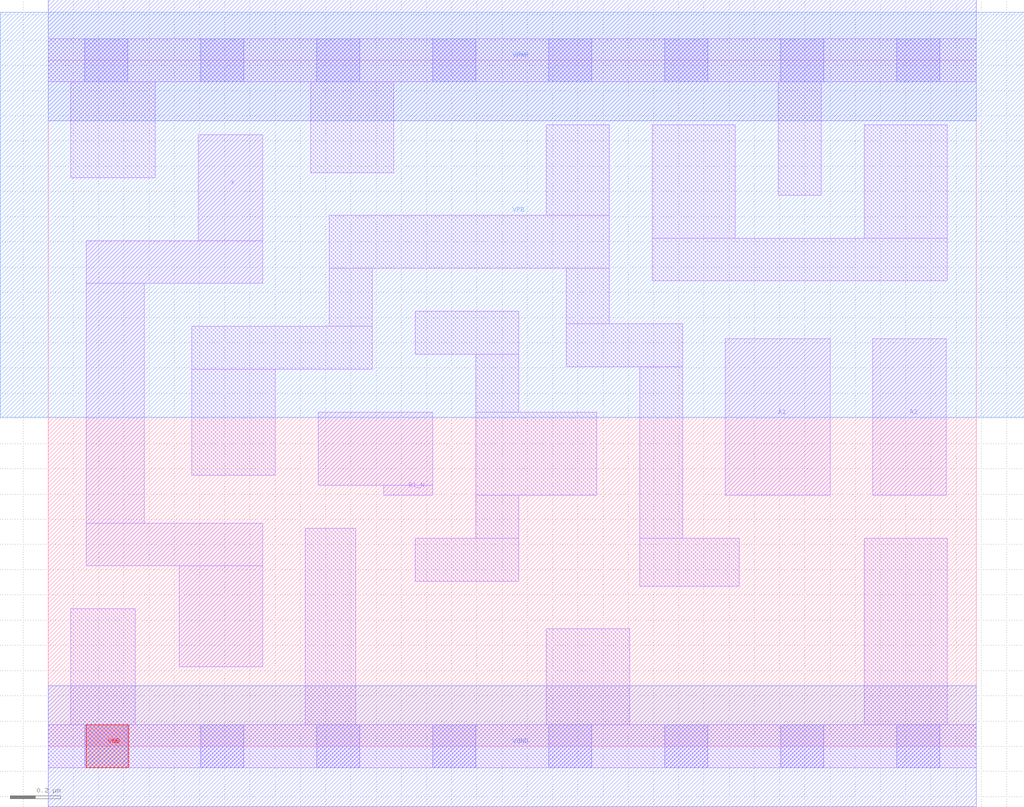
<source format=lef>
# Copyright 2020 The SkyWater PDK Authors
#
# Licensed under the Apache License, Version 2.0 (the "License");
# you may not use this file except in compliance with the License.
# You may obtain a copy of the License at
#
#     https://www.apache.org/licenses/LICENSE-2.0
#
# Unless required by applicable law or agreed to in writing, software
# distributed under the License is distributed on an "AS IS" BASIS,
# WITHOUT WARRANTIES OR CONDITIONS OF ANY KIND, either express or implied.
# See the License for the specific language governing permissions and
# limitations under the License.
#
# SPDX-License-Identifier: Apache-2.0

VERSION 5.7 ;
  NOWIREEXTENSIONATPIN ON ;
  DIVIDERCHAR "/" ;
  BUSBITCHARS "[]" ;
MACRO sky130_fd_sc_hd__a21bo_2
  CLASS CORE ;
  FOREIGN sky130_fd_sc_hd__a21bo_2 ;
  ORIGIN  0.000000  0.000000 ;
  SIZE  3.680000 BY  2.720000 ;
  SYMMETRY X Y R90 ;
  SITE unithd ;
  PIN A1
    ANTENNAGATEAREA  0.247500 ;
    DIRECTION INPUT ;
    USE SIGNAL ;
    PORT
      LAYER li1 ;
        RECT 2.685000 0.995000 3.100000 1.615000 ;
    END
  END A1
  PIN A2
    ANTENNAGATEAREA  0.247500 ;
    DIRECTION INPUT ;
    USE SIGNAL ;
    PORT
      LAYER li1 ;
        RECT 3.270000 0.995000 3.560000 1.615000 ;
    END
  END A2
  PIN B1_N
    ANTENNAGATEAREA  0.126000 ;
    DIRECTION INPUT ;
    USE SIGNAL ;
    PORT
      LAYER li1 ;
        RECT 1.070000 1.035000 1.525000 1.325000 ;
        RECT 1.330000 0.995000 1.525000 1.035000 ;
    END
  END B1_N
  PIN X
    ANTENNADIFFAREA  0.462000 ;
    DIRECTION OUTPUT ;
    USE SIGNAL ;
    PORT
      LAYER li1 ;
        RECT 0.150000 0.715000 0.850000 0.885000 ;
        RECT 0.150000 0.885000 0.380000 1.835000 ;
        RECT 0.150000 1.835000 0.850000 2.005000 ;
        RECT 0.520000 0.315000 0.850000 0.715000 ;
        RECT 0.595000 2.005000 0.850000 2.425000 ;
    END
  END X
  PIN VGND
    DIRECTION INOUT ;
    SHAPE ABUTMENT ;
    USE GROUND ;
    PORT
      LAYER met1 ;
        RECT 0.000000 -0.240000 3.680000 0.240000 ;
    END
  END VGND
  PIN VNB
    DIRECTION INOUT ;
    USE GROUND ;
    PORT
      LAYER pwell ;
        RECT 0.150000 -0.085000 0.320000 0.085000 ;
    END
  END VNB
  PIN VPB
    DIRECTION INOUT ;
    USE POWER ;
    PORT
      LAYER nwell ;
        RECT -0.190000 1.305000 3.870000 2.910000 ;
    END
  END VPB
  PIN VPWR
    DIRECTION INOUT ;
    SHAPE ABUTMENT ;
    USE POWER ;
    PORT
      LAYER met1 ;
        RECT 0.000000 2.480000 3.680000 2.960000 ;
    END
  END VPWR
  OBS
    LAYER li1 ;
      RECT 0.000000 -0.085000 3.680000 0.085000 ;
      RECT 0.000000  2.635000 3.680000 2.805000 ;
      RECT 0.090000  0.085000 0.345000 0.545000 ;
      RECT 0.090000  2.255000 0.425000 2.635000 ;
      RECT 0.570000  1.075000 0.900000 1.495000 ;
      RECT 0.570000  1.495000 1.285000 1.665000 ;
      RECT 1.020000  0.085000 1.220000 0.865000 ;
      RECT 1.040000  2.275000 1.370000 2.635000 ;
      RECT 1.115000  1.665000 1.285000 1.895000 ;
      RECT 1.115000  1.895000 2.225000 2.105000 ;
      RECT 1.455000  0.655000 1.865000 0.825000 ;
      RECT 1.455000  1.555000 1.865000 1.725000 ;
      RECT 1.695000  0.825000 1.865000 0.995000 ;
      RECT 1.695000  0.995000 2.175000 1.325000 ;
      RECT 1.695000  1.325000 1.865000 1.555000 ;
      RECT 1.975000  0.085000 2.305000 0.465000 ;
      RECT 1.975000  2.105000 2.225000 2.465000 ;
      RECT 2.055000  1.505000 2.515000 1.675000 ;
      RECT 2.055000  1.675000 2.225000 1.895000 ;
      RECT 2.345000  0.635000 2.740000 0.825000 ;
      RECT 2.345000  0.825000 2.515000 1.505000 ;
      RECT 2.395000  1.845000 3.565000 2.015000 ;
      RECT 2.395000  2.015000 2.725000 2.465000 ;
      RECT 2.895000  2.185000 3.065000 2.635000 ;
      RECT 3.235000  0.085000 3.565000 0.825000 ;
      RECT 3.235000  2.015000 3.565000 2.465000 ;
    LAYER mcon ;
      RECT 0.145000 -0.085000 0.315000 0.085000 ;
      RECT 0.145000  2.635000 0.315000 2.805000 ;
      RECT 0.605000 -0.085000 0.775000 0.085000 ;
      RECT 0.605000  2.635000 0.775000 2.805000 ;
      RECT 1.065000 -0.085000 1.235000 0.085000 ;
      RECT 1.065000  2.635000 1.235000 2.805000 ;
      RECT 1.525000 -0.085000 1.695000 0.085000 ;
      RECT 1.525000  2.635000 1.695000 2.805000 ;
      RECT 1.985000 -0.085000 2.155000 0.085000 ;
      RECT 1.985000  2.635000 2.155000 2.805000 ;
      RECT 2.445000 -0.085000 2.615000 0.085000 ;
      RECT 2.445000  2.635000 2.615000 2.805000 ;
      RECT 2.905000 -0.085000 3.075000 0.085000 ;
      RECT 2.905000  2.635000 3.075000 2.805000 ;
      RECT 3.365000 -0.085000 3.535000 0.085000 ;
      RECT 3.365000  2.635000 3.535000 2.805000 ;
  END
END sky130_fd_sc_hd__a21bo_2
END LIBRARY

</source>
